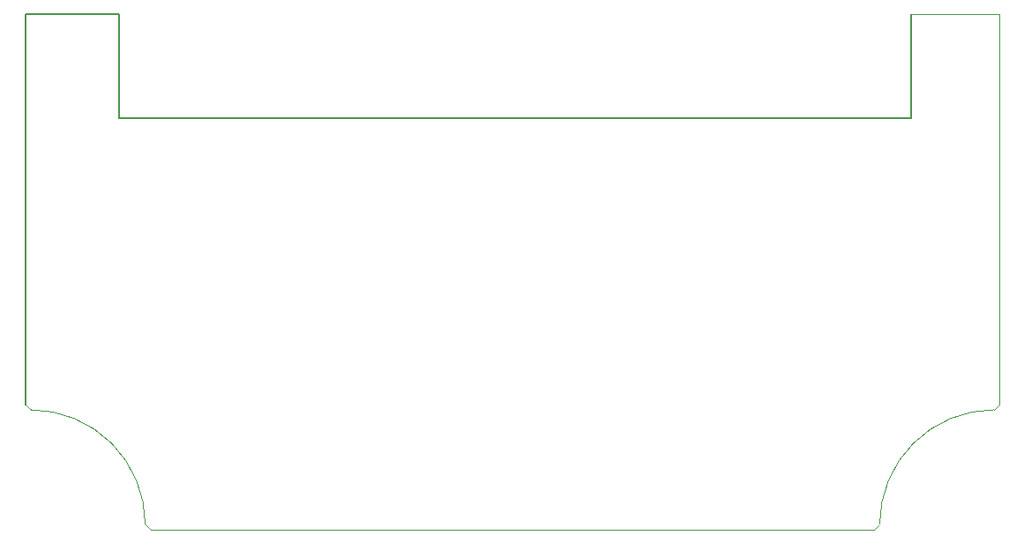
<source format=gbr>
%TF.GenerationSoftware,KiCad,Pcbnew,(6.0.0)*%
%TF.CreationDate,2023-05-06T18:39:40-07:00*%
%TF.ProjectId,digital_clock_v3,64696769-7461-46c5-9f63-6c6f636b5f76,rev?*%
%TF.SameCoordinates,Original*%
%TF.FileFunction,Profile,NP*%
%FSLAX46Y46*%
G04 Gerber Fmt 4.6, Leading zero omitted, Abs format (unit mm)*
G04 Created by KiCad (PCBNEW (6.0.0)) date 2023-05-06 18:39:40*
%MOMM*%
%LPD*%
G01*
G04 APERTURE LIST*
%TA.AperFunction,Profile*%
%ADD10C,0.100000*%
%TD*%
%TA.AperFunction,Profile*%
%ADD11C,0.200000*%
%TD*%
G04 APERTURE END LIST*
D10*
X12000000Y-61500000D02*
X81500000Y-61500000D01*
X93500000Y-49500000D02*
X93000000Y-50000000D01*
D11*
X0Y-12000000D02*
X9000000Y-12000000D01*
D10*
X93500000Y-12000000D02*
X85000000Y-12000000D01*
X82000000Y-61000000D02*
X81500000Y-61500000D01*
X93000000Y-50000000D02*
G75*
G03*
X82000000Y-61000000I-1J-10999999D01*
G01*
X93500000Y-49500000D02*
X93500000Y-12000000D01*
X0Y-49500000D02*
X500000Y-50000000D01*
X11500000Y-61000000D02*
G75*
G03*
X500000Y-50000000I-10999999J1D01*
G01*
D11*
X9000000Y-12000000D02*
X9000000Y-22000000D01*
D10*
X11500000Y-61000000D02*
X12000000Y-61500000D01*
D11*
X85000000Y-22000000D02*
X85000000Y-12000000D01*
X9000000Y-22000000D02*
X85000000Y-22000000D01*
X0Y-49500000D02*
X0Y-12000000D01*
M02*

</source>
